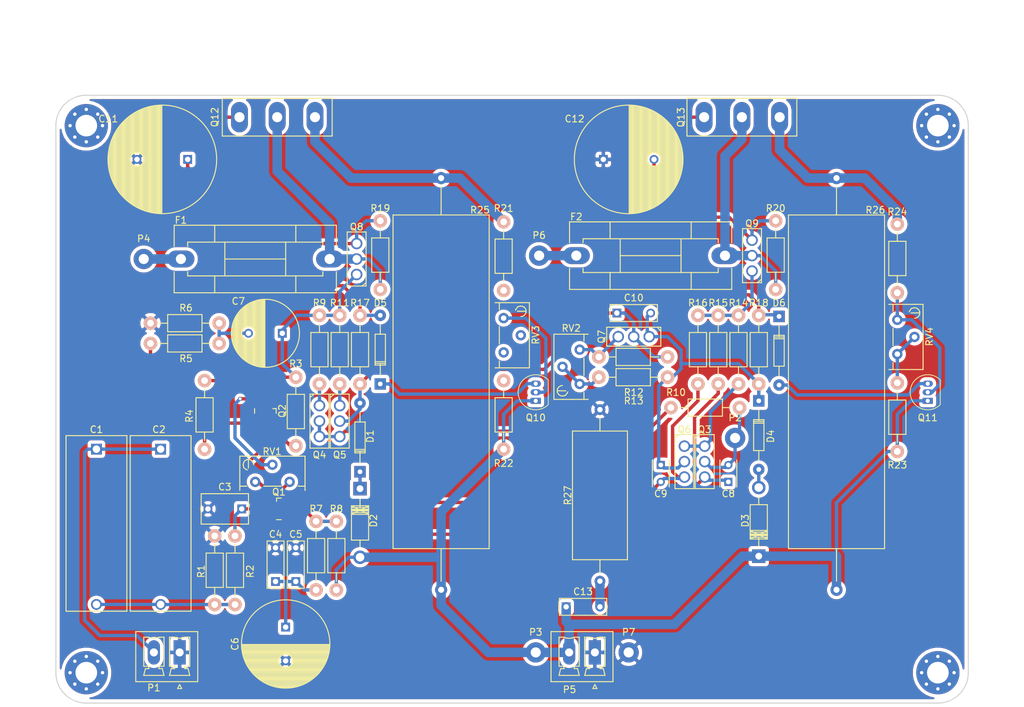
<source format=kicad_pcb>
(kicad_pcb (version 4) (host pcbnew 4.0.5)
  (title_block (title "Audio Power Amp") (date 2017-01-11) (rev 1.0) (company Drekkr))
  (layers (0 F.Cu signal) (31 B.Cu signal) (34 B.Paste user) (35 F.Paste user) (36 B.SilkS user) (37 F.SilkS user) (38 B.Mask user) (39 F.Mask user) (44 Edge.Cuts user))
  (net 0 "")
  (net 1 "Net-(C1-Pad1)")
  (net 2 "Net-(C1-Pad2)")
  (net 3 "Net-(C3-Pad1)")
  (net 4 Earth)
  (net 5 "Net-(C4-Pad1)")
  (net 6 "Net-(C7-Pad1)")
  (net 7 "Net-(C7-Pad2)")
  (net 8 "Net-(C8-Pad1)")
  (net 9 "Net-(C8-Pad2)")
  (net 10 "Net-(C10-Pad2)")
  (net 11 "Net-(C9-Pad2)")
  (net 12 "Net-(C10-Pad1)")
  (net 13 "Net-(C11-Pad1)")
  (net 14 "Net-(C12-Pad2)")
  (net 15 "Net-(C13-Pad1)")
  (net 16 "Net-(C13-Pad2)")
  (net 17 "Net-(D1-Pad1)")
  (net 18 "Net-(D3-Pad2)")
  (net 19 "Net-(D5-Pad2)")
  (net 20 "Net-(D5-Pad1)")
  (net 21 "Net-(D6-Pad2)")
  (net 22 "Net-(D6-Pad1)")
  (net 23 "Net-(F1-Pad2)")
  (net 24 "Net-(F1-Pad1)")
  (net 25 "Net-(F2-Pad2)")
  (net 26 "Net-(F2-Pad1)")
  (net 27 "Net-(Q1-Pad1)")
  (net 28 "Net-(Q1-Pad4)")
  (net 29 "Net-(Q1-Pad5)")
  (net 30 "Net-(Q2-Pad2)")
  (net 31 "Net-(Q2-Pad3)")
  (net 32 "Net-(Q2-Pad4)")
  (net 33 "Net-(Q2-Pad5)")
  (net 34 "Net-(Q3-Pad1)")
  (net 35 "Net-(Q4-Pad2)")
  (net 36 "Net-(Q4-Pad1)")
  (net 37 "Net-(Q5-Pad1)")
  (net 38 "Net-(Q7-Pad3)")
  (net 39 "Net-(Q9-Pad1)")
  (net 40 "Net-(Q10-Pad2)")
  (net 41 "Net-(Q11-Pad2)")
  (net 42 "Net-(Q12-Pad3)")
  (net 43 "Net-(R22-Pad1)")
  (net 44 "Net-(R23-Pad2)")
  (net 45 "Net-(Q13-Pad3)")
  (net 46 "Net-(R13-Pad2)")
  (module Mounting_Holes:MountingHole_3.2mm_M3_Pad_Via (layer F.Cu) (at 204.5 122.5)
    (fp_text reference REF** hide)
    (fp_text value MountingHole_3.2mm_M3_Pad_Via)
    (pad 1 thru_hole circle (at 0 0) (size 6.4 6.4) (drill 3.2) (layers *.Cu *.Mask))
    (pad "" thru_hole circle (at 2.4 0) (size 0.6 0.6) (drill 0.5) (layers *.Cu *.Mask))
    (pad "" thru_hole circle (at 1.697056 1.697056) (size 0.6 0.6) (drill 0.5) (layers *.Cu *.Mask))
    (pad "" thru_hole circle (at 0 2.4) (size 0.6 0.6) (drill 0.5) (layers *.Cu *.Mask))
    (pad "" thru_hole circle (at -1.697056 1.697056) (size 0.6 0.6) (drill 0.5) (layers *.Cu *.Mask))
    (pad "" thru_hole circle (at -2.4 0) (size 0.6 0.6) (drill 0.5) (layers *.Cu *.Mask))
    (pad "" thru_hole circle (at -1.697056 -1.697056) (size 0.6 0.6) (drill 0.5) (layers *.Cu *.Mask))
    (pad "" thru_hole circle (at 0 -2.4) (size 0.6 0.6) (drill 0.5) (layers *.Cu *.Mask))
    (pad "" thru_hole circle (at 1.697056 -1.697056) (size 0.6 0.6) (drill 0.5) (layers *.Cu *.Mask))
  )
  (module Mounting_Holes:MountingHole_3.2mm_M3_Pad_Via (layer F.Cu) (at 78.5 122.5)
    (fp_text reference REF** hide)
    (fp_text value MountingHole_3.2mm_M3_Pad_Via)
    (pad 1 thru_hole circle (at 0 0) (size 6.4 6.4) (drill 3.2) (layers *.Cu *.Mask))
    (pad "" thru_hole circle (at 2.4 0) (size 0.6 0.6) (drill 0.5) (layers *.Cu *.Mask))
    (pad "" thru_hole circle (at 1.697056 1.697056) (size 0.6 0.6) (drill 0.5) (layers *.Cu *.Mask))
    (pad "" thru_hole circle (at 0 2.4) (size 0.6 0.6) (drill 0.5) (layers *.Cu *.Mask))
    (pad "" thru_hole circle (at -1.697056 1.697056) (size 0.6 0.6) (drill 0.5) (layers *.Cu *.Mask))
    (pad "" thru_hole circle (at -2.4 0) (size 0.6 0.6) (drill 0.5) (layers *.Cu *.Mask))
    (pad "" thru_hole circle (at -1.697056 -1.697056) (size 0.6 0.6) (drill 0.5) (layers *.Cu *.Mask))
    (pad "" thru_hole circle (at 0 -2.4) (size 0.6 0.6) (drill 0.5) (layers *.Cu *.Mask))
    (pad "" thru_hole circle (at 1.697056 -1.697056) (size 0.6 0.6) (drill 0.5) (layers *.Cu *.Mask))
  )
  (module Mounting_Holes:MountingHole_3.2mm_M3_Pad_Via (layer F.Cu) (at 78.5 41.5)
    (fp_text reference REF** hide)
    (fp_text value MountingHole_3.2mm_M3_Pad_Via)
    (pad 1 thru_hole circle (at 0 0) (size 6.4 6.4) (drill 3.2) (layers *.Cu *.Mask))
    (pad "" thru_hole circle (at 2.4 0) (size 0.6 0.6) (drill 0.5) (layers *.Cu *.Mask))
    (pad "" thru_hole circle (at 1.697056 1.697056) (size 0.6 0.6) (drill 0.5) (layers *.Cu *.Mask))
    (pad "" thru_hole circle (at 0 2.4) (size 0.6 0.6) (drill 0.5) (layers *.Cu *.Mask))
    (pad "" thru_hole circle (at -1.697056 1.697056) (size 0.6 0.6) (drill 0.5) (layers *.Cu *.Mask))
    (pad "" thru_hole circle (at -2.4 0) (size 0.6 0.6) (drill 0.5) (layers *.Cu *.Mask))
    (pad "" thru_hole circle (at -1.697056 -1.697056) (size 0.6 0.6) (drill 0.5) (layers *.Cu *.Mask))
    (pad "" thru_hole circle (at 0 -2.4) (size 0.6 0.6) (drill 0.5) (layers *.Cu *.Mask))
    (pad "" thru_hole circle (at 1.697056 -1.697056) (size 0.6 0.6) (drill 0.5) (layers *.Cu *.Mask))
  )
  (module Capacitors_THT:C_Rect_L27_W9_H17_P23 (layer F.Cu) (at 80 89.4 270)
    (fp_text reference C1 (at -2.9 0 360) (layer F.SilkS))
    (fp_text value 1uF)
    (pad 1 thru_hole rect (at 0 0 270) (size 1.6 1.6) (drill 1.1) (layers *.Cu *.Mask) (net 1 "Net-(C1-Pad1)"))
    (pad 2 thru_hole circle (at 23 0 270) (size 1.6 1.6) (drill 1.1) (layers *.Cu *.Mask) (net 2 "Net-(C1-Pad2)"))
  )
  (module Capacitors_THT:C_Rect_L27_W9_H17_P23 (layer F.Cu) (at 89.5 89.4 270)
    (fp_text reference C2 (at -2.9 0.25 360) (layer F.SilkS))
    (fp_text value 1uF)
    (pad 1 thru_hole rect (at 0 0 270) (size 1.6 1.6) (drill 1.1) (layers *.Cu *.Mask) (net 1 "Net-(C1-Pad1)"))
    (pad 2 thru_hole circle (at 23 0 270) (size 1.6 1.6) (drill 1.1) (layers *.Cu *.Mask) (net 2 "Net-(C1-Pad2)"))
  )
  (module Capacitors_THT:C_Rect_L7_W4.5_P5 (layer F.Cu) (at 101.5 98.25 180)
    (fp_text reference C3 (at 2.5 3.25 180) (layer F.SilkS))
    (fp_text value 330pF)
    (pad 1 thru_hole rect (at 0 0 180) (size 1.3 1.3) (drill 0.8) (layers *.Cu *.Mask) (net 3 "Net-(C3-Pad1)"))
    (pad 2 thru_hole circle (at 5 0 180) (size 1.3 1.3) (drill 0.8) (layers *.Cu *.Mask) (net 4 Earth))
  )
  (module Capacitors_THT:C_Rect_L7_W2.5_P5 (layer F.Cu) (at 106.5 109 90)
    (fp_text reference C4 (at 7 0 180) (layer F.SilkS))
    (fp_text value 10nF)
    (pad 1 thru_hole rect (at 0 0 90) (size 1.3 1.3) (drill 0.8) (layers *.Cu *.Mask) (net 5 "Net-(C4-Pad1)"))
    (pad 2 thru_hole circle (at 5 0 90) (size 1.3 1.3) (drill 0.8) (layers *.Cu *.Mask) (net 4 Earth))
  )
  (module Capacitors_THT:C_Rect_L7_W2.5_P5 (layer F.Cu) (at 109.5 109 90)
    (fp_text reference C5 (at 7 0 180) (layer F.SilkS))
    (fp_text value 100nF)
    (pad 1 thru_hole rect (at 0 0 90) (size 1.3 1.3) (drill 0.8) (layers *.Cu *.Mask) (net 5 "Net-(C4-Pad1)"))
    (pad 2 thru_hole circle (at 5 0 90) (size 1.3 1.3) (drill 0.8) (layers *.Cu *.Mask) (net 4 Earth))
  )
  (module Capacitors_THT:C_Radial_D13_L21_P5 (layer F.Cu) (at 108 115.75 270)
    (fp_text reference C6 (at 2.5 7.5 270) (layer F.SilkS))
    (fp_text value 100uF)
    (pad 1 thru_hole rect (at 0 0 270) (size 1.3 1.3) (drill 0.8) (layers *.Cu *.Mask) (net 5 "Net-(C4-Pad1)"))
    (pad 2 thru_hole circle (at 5 0 270) (size 1.3 1.3) (drill 0.8) (layers *.Cu *.Mask) (net 4 Earth))
  )
  (module Capacitors_THT:C_Radial_D10_L16_P5 (layer F.Cu) (at 107.5 72.25 180)
    (fp_text reference C7 (at 6.5 4.75 180) (layer F.SilkS))
    (fp_text value 47uF)
    (pad 1 thru_hole rect (at 0 0 180) (size 1.3 1.3) (drill 0.8) (layers *.Cu *.Mask) (net 6 "Net-(C7-Pad1)"))
    (pad 2 thru_hole circle (at 5 0 180) (size 1.3 1.3) (drill 0.8) (layers *.Cu *.Mask) (net 7 "Net-(C7-Pad2)"))
  )
  (module Capacitors_THT:C_Rect_L4_W2.5_P2.5 (layer F.Cu) (at 173.5 94.25 90)
    (fp_text reference C8 (at -1.75 0 180) (layer F.SilkS))
    (fp_text value 18pF)
    (pad 1 thru_hole rect (at 0 0 90) (size 1.2 1.2) (drill 0.7) (layers *.Cu *.Mask) (net 8 "Net-(C8-Pad1)"))
    (pad 2 thru_hole circle (at 2.5 0 90) (size 1.2 1.2) (drill 0.7) (layers *.Cu *.Mask) (net 9 "Net-(C8-Pad2)"))
  )
  (module Capacitors_THT:C_Rect_L4_W2.5_P2.5 (layer F.Cu) (at 163.5 91.75 270)
    (fp_text reference C9 (at 4.25 0 360) (layer F.SilkS))
    (fp_text value 18pF)
    (pad 1 thru_hole rect (at 0 0 270) (size 1.2 1.2) (drill 0.7) (layers *.Cu *.Mask) (net 10 "Net-(C10-Pad2)"))
    (pad 2 thru_hole circle (at 2.5 0 270) (size 1.2 1.2) (drill 0.7) (layers *.Cu *.Mask) (net 11 "Net-(C9-Pad2)"))
  )
  (module Capacitors_THT:C_Rect_L7_W2.5_P5 (layer F.Cu) (at 157 69.25)
    (fp_text reference C10 (at 2.5 -2.25) (layer F.SilkS))
    (fp_text value 100nF)
    (pad 1 thru_hole rect (at 0 0) (size 1.3 1.3) (drill 0.8) (layers *.Cu *.Mask) (net 12 "Net-(C10-Pad1)"))
    (pad 2 thru_hole circle (at 5 0) (size 1.3 1.3) (drill 0.8) (layers *.Cu *.Mask) (net 10 "Net-(C10-Pad2)"))
  )
  (module Capacitors_THT:C_Radial_D16_L31.5_P7.5 (layer F.Cu) (at 93.5 46.5 180)
    (fp_text reference C11 (at 11.75 6 180) (layer F.SilkS))
    (fp_text value 1000uF)
    (pad 1 thru_hole rect (at 0 0 180) (size 1.3 1.3) (drill 0.8) (layers *.Cu *.Mask) (net 13 "Net-(C11-Pad1)"))
    (pad 2 thru_hole circle (at 7.5 0 180) (size 1.3 1.3) (drill 0.8) (layers *.Cu *.Mask) (net 4 Earth))
  )
  (module Capacitors_THT:C_Radial_D16_L31.5_P7.5 (layer F.Cu) (at 155 46.5)
    (fp_text reference C12 (at -4.25 -6) (layer F.SilkS))
    (fp_text value 1000uF)
    (pad 1 thru_hole rect (at 0 0) (size 1.3 1.3) (drill 0.8) (layers *.Cu *.Mask) (net 4 Earth))
    (pad 2 thru_hole circle (at 7.5 0) (size 1.3 1.3) (drill 0.8) (layers *.Cu *.Mask) (net 14 "Net-(C12-Pad2)"))
  )
  (module Capacitors_THT:C_Rect_L7_W2.5_P5 (layer F.Cu) (at 149.5 112.75)
    (fp_text reference C13 (at 2.5 -2.25) (layer F.SilkS))
    (fp_text value 100nF)
    (pad 1 thru_hole rect (at 0 0) (size 1.3 1.3) (drill 0.8) (layers *.Cu *.Mask) (net 15 "Net-(C13-Pad1)"))
    (pad 2 thru_hole circle (at 5 0) (size 1.3 1.3) (drill 0.8) (layers *.Cu *.Mask) (net 16 "Net-(C13-Pad2)"))
  )
  (module Diodes_THT:Diode_DO-35_SOD27_Horizontal_RM10 (layer F.Cu) (at 119 92.75 90)
    (fp_text reference D1 (at 5.25 1.5 90) (layer F.SilkS))
    (fp_text value 1N4148)
    (pad 2 thru_hole circle (at 10.16052 -0.00254 270) (size 1.69926 1.69926) (drill 0.70104) (layers *.Cu *.Mask) (net 12 "Net-(C10-Pad1)"))
    (pad 1 thru_hole rect (at 0.00052 -0.00254 270) (size 1.69926 1.69926) (drill 0.70104) (layers *.Cu *.Mask) (net 17 "Net-(D1-Pad1)"))
  )
  (module Diodes_THT:Diode_DO-41_SOD81_Horizontal_RM10 (layer F.Cu) (at 119 95.25 270)
    (fp_text reference D2 (at 4.75 -2 270) (layer F.SilkS))
    (fp_text value 15V)
    (pad 2 thru_hole circle (at 10.16 -0.00254 90) (size 1.99898 1.99898) (drill 1.27) (layers *.Cu *.Mask) (net 15 "Net-(C13-Pad1)"))
    (pad 1 thru_hole rect (at 0 -0.00254 90) (size 1.99898 1.99898) (drill 1.00076) (layers *.Cu *.Mask) (net 17 "Net-(D1-Pad1)"))
  )
  (module Diodes_THT:Diode_DO-41_SOD81_Horizontal_RM10 (layer F.Cu) (at 178 105.25 90)
    (fp_text reference D3 (at 5.25 -2 90) (layer F.SilkS))
    (fp_text value 15V)
    (pad 2 thru_hole circle (at 10.16 -0.00254 270) (size 1.99898 1.99898) (drill 1.27) (layers *.Cu *.Mask) (net 18 "Net-(D3-Pad2)"))
    (pad 1 thru_hole rect (at 0 -0.00254 270) (size 1.99898 1.99898) (drill 1.00076) (layers *.Cu *.Mask) (net 15 "Net-(C13-Pad1)"))
  )
  (module Diodes_THT:Diode_DO-35_SOD27_Horizontal_RM10 (layer F.Cu) (at 178 82.25 270)
    (fp_text reference D4 (at 5.25 -1.75 270) (layer F.SilkS))
    (fp_text value 1N4148)
    (pad 2 thru_hole circle (at 10.16052 -0.00254 90) (size 1.69926 1.69926) (drill 0.70104) (layers *.Cu *.Mask) (net 18 "Net-(D3-Pad2)"))
    (pad 1 thru_hole rect (at 0.00052 -0.00254 90) (size 1.69926 1.69926) (drill 0.70104) (layers *.Cu *.Mask) (net 10 "Net-(C10-Pad2)"))
  )
  (module Diodes_THT:Diode_DO-35_SOD27_Horizontal_RM10 (layer F.Cu) (at 122 79.75 90)
    (fp_text reference D5 (at 12 0 180) (layer F.SilkS))
    (fp_text value 1N4148)
    (pad 2 thru_hole circle (at 10.16052 -0.00254 270) (size 1.69926 1.69926) (drill 0.70104) (layers *.Cu *.Mask) (net 19 "Net-(D5-Pad2)"))
    (pad 1 thru_hole rect (at 0.00052 -0.00254 270) (size 1.69926 1.69926) (drill 0.70104) (layers *.Cu *.Mask) (net 20 "Net-(D5-Pad1)"))
  )
  (module Diodes_THT:Diode_DO-35_SOD27_Horizontal_RM10 (layer F.Cu) (at 181 69.75 270)
    (fp_text reference D6 (at -2 0 360) (layer F.SilkS))
    (fp_text value 1N4148)
    (pad 2 thru_hole circle (at 10.16052 -0.00254 90) (size 1.69926 1.69926) (drill 0.70104) (layers *.Cu *.Mask) (net 21 "Net-(D6-Pad2)"))
    (pad 1 thru_hole rect (at 0.00052 -0.00254 90) (size 1.69926 1.69926) (drill 0.70104) (layers *.Cu *.Mask) (net 22 "Net-(D6-Pad1)"))
  )
  (module Fuse_Holders_and_Fuses:Fuseholder5x20_horiz_SemiClosed_Casing10x25mm (layer F.Cu) (at 103.5 61.25)
    (fp_text reference F1 (at -11 -5.75) (layer F.SilkS))
    (fp_text value 3A)
    (pad 2 thru_hole oval (at 11.00074 0 270) (size 2.49936 4.0005) (drill 1.50114) (layers *.Cu *.Mask) (net 23 "Net-(F1-Pad2)"))
    (pad 1 thru_hole oval (at -11.00074 0 270) (size 2.49936 4.0005) (drill 1.50114) (layers *.Cu *.Mask) (net 24 "Net-(F1-Pad1)"))
  )
  (module Fuse_Holders_and_Fuses:Fuseholder5x20_horiz_SemiClosed_Casing10x25mm (layer F.Cu) (at 162 60.75)
    (fp_text reference F2 (at -11 -5.75) (layer F.SilkS))
    (fp_text value 3A)
    (pad 2 thru_hole oval (at 11.00074 0 270) (size 2.49936 4.0005) (drill 1.50114) (layers *.Cu *.Mask) (net 25 "Net-(F2-Pad2)"))
    (pad 1 thru_hole oval (at -11.00074 0 270) (size 2.49936 4.0005) (drill 1.50114) (layers *.Cu *.Mask) (net 26 "Net-(F2-Pad1)"))
  )
  (module Connectors_Phoenix:PhoenixContact_MCV-G_02x3.81mm_Vertical (layer F.Cu) (at 92.31 119.5 180)
    (fp_text reference P1 (at 3.81 -5.25 180) (layer F.SilkS))
    (fp_text value Audio_In)
    (pad 1 thru_hole rect (at 0 0 180) (size 1.8 3.6) (drill 1.2) (layers *.Cu *.Mask) (net 4 Earth))
    (pad 2 thru_hole oval (at 3.81 0 180) (size 1.8 3.6) (drill 1.2) (layers *.Cu *.Mask) (net 1 "Net-(C1-Pad1)"))
  )
  (module Connectors_Phoenix:PhoenixContact_MCV-G_02x3.81mm_Vertical (layer F.Cu) (at 153.75 119.5 180)
    (fp_text reference P5 (at 3.75 -5.5 180) (layer F.SilkS))
    (fp_text value Audio_Out)
    (pad 1 thru_hole rect (at 0 0 180) (size 1.8 3.6) (drill 1.2) (layers *.Cu *.Mask) (net 4 Earth))
    (pad 2 thru_hole oval (at 3.81 0 180) (size 1.8 3.6) (drill 1.2) (layers *.Cu *.Mask) (net 15 "Net-(C13-Pad1)"))
  )
  (module TO_SOT_Packages_SMD:TSOT-6-MK06A_Handsoldering (layer F.Cu) (at 107 98.25 270)
    (fp_text reference Q1 (at -2.5 0 360) (layer F.SilkS))
    (fp_text value BCM856DS)
    (pad 1 smd rect (at -0.94996 1.80086 270) (size 0.69088 1.99898) (layers F.Cu F.Paste F.Mask) (net 27 "Net-(Q1-Pad1)"))
    (pad 2 smd rect (at 0 1.80086 270) (size 0.69088 1.99898) (layers F.Cu F.Paste F.Mask) (net 3 "Net-(C3-Pad1)"))
    (pad 3 smd rect (at 0.94996 1.80086 270) (size 0.69088 1.99898) (layers F.Cu F.Paste F.Mask) (net 8 "Net-(C8-Pad1)"))
    (pad 4 smd rect (at 0.94996 -1.80086 270) (size 0.69088 1.99898) (layers F.Cu F.Paste F.Mask) (net 28 "Net-(Q1-Pad4)"))
    (pad 5 smd rect (at 0 -1.80086 270) (size 0.69088 1.99898) (layers F.Cu F.Paste F.Mask) (net 29 "Net-(Q1-Pad5)"))
    (pad 6 smd rect (at -0.94996 -1.80086 270) (size 0.69088 1.99898) (layers F.Cu F.Paste F.Mask) (net 11 "Net-(C9-Pad2)"))
  )
  (module TO_SOT_Packages_SMD:TSOT-6-MK06A_Handsoldering (layer F.Cu) (at 105 83.75 180)
    (fp_text reference Q2 (at -2.5 0 270) (layer F.SilkS))
    (fp_text value BCM856DS)
    (pad 1 smd rect (at -0.94996 1.80086 180) (size 0.69088 1.99898) (layers F.Cu F.Paste F.Mask) (net 6 "Net-(C7-Pad1)"))
    (pad 2 smd rect (at 0 1.80086 180) (size 0.69088 1.99898) (layers F.Cu F.Paste F.Mask) (net 30 "Net-(Q2-Pad2)"))
    (pad 3 smd rect (at 0.94996 1.80086 180) (size 0.69088 1.99898) (layers F.Cu F.Paste F.Mask) (net 31 "Net-(Q2-Pad3)"))
    (pad 4 smd rect (at 0.94996 -1.80086 180) (size 0.69088 1.99898) (layers F.Cu F.Paste F.Mask) (net 32 "Net-(Q2-Pad4)"))
    (pad 5 smd rect (at 0 -1.80086 180) (size 0.69088 1.99898) (layers F.Cu F.Paste F.Mask) (net 33 "Net-(Q2-Pad5)"))
    (pad 6 smd rect (at -0.94996 -1.80086 180) (size 0.69088 1.99898) (layers F.Cu F.Paste F.Mask) (net 33 "Net-(Q2-Pad5)"))
  )
  (module TO_SOT_Packages_THT:SOT126_SOT32_Housing_Vertical (layer F.Cu) (at 170 91.25 270)
    (fp_text reference Q3 (at -4.75 0 360) (layer F.SilkS))
    (fp_text value MJE340)
    (pad 2 thru_hole circle (at 0 0 270) (size 1.69926 1.69926) (drill 1.19888) (layers *.Cu *.Mask) (net 9 "Net-(C8-Pad2)"))
    (pad 1 thru_hole circle (at -2.29108 0 270) (size 1.69926 1.69926) (drill 1.19888) (layers *.Cu *.Mask) (net 34 "Net-(Q3-Pad1)"))
    (pad 3 thru_hole circle (at 2.29108 0 270) (size 1.69926 1.69926) (drill 1.19888) (layers *.Cu *.Mask) (net 8 "Net-(C8-Pad1)"))
  )
  (module TO_SOT_Packages_THT:SOT126_SOT32_Housing_Vertical (layer F.Cu) (at 113 85.25 270)
    (fp_text reference Q4 (at 5 0 360) (layer F.SilkS))
    (fp_text value MJE350)
    (pad 2 thru_hole circle (at 0 0 270) (size 1.69926 1.69926) (drill 1.19888) (layers *.Cu *.Mask) (net 35 "Net-(Q4-Pad2)"))
    (pad 1 thru_hole circle (at -2.29108 0 270) (size 1.69926 1.69926) (drill 1.19888) (layers *.Cu *.Mask) (net 36 "Net-(Q4-Pad1)"))
    (pad 3 thru_hole circle (at 2.29108 0 270) (size 1.69926 1.69926) (drill 1.19888) (layers *.Cu *.Mask) (net 35 "Net-(Q4-Pad2)"))
  )
  (module TO_SOT_Packages_THT:SOT126_SOT32_Housing_Vertical (layer F.Cu) (at 116 85.25 270)
    (fp_text reference Q5 (at 5 0 360) (layer F.SilkS))
    (fp_text value MJE350)
    (pad 2 thru_hole circle (at 0 0 270) (size 1.69926 1.69926) (drill 1.19888) (layers *.Cu *.Mask) (net 12 "Net-(C10-Pad1)"))
    (pad 1 thru_hole circle (at -2.29108 0 270) (size 1.69926 1.69926) (drill 1.19888) (layers *.Cu *.Mask) (net 37 "Net-(Q5-Pad1)"))
    (pad 3 thru_hole circle (at 2.29108 0 270) (size 1.69926 1.69926) (drill 1.19888) (layers *.Cu *.Mask) (net 35 "Net-(Q4-Pad2)"))
  )
  (module TO_SOT_Packages_THT:SOT126_SOT32_Housing_Vertical (layer F.Cu) (at 167 91.25 270)
    (fp_text reference Q6 (at -4.75 0 360) (layer F.SilkS))
    (fp_text value MJE340)
    (pad 2 thru_hole circle (at 0 0 270) (size 1.69926 1.69926) (drill 1.19888) (layers *.Cu *.Mask) (net 10 "Net-(C10-Pad2)"))
    (pad 1 thru_hole circle (at -2.29108 0 270) (size 1.69926 1.69926) (drill 1.19888) (layers *.Cu *.Mask) (net 34 "Net-(Q3-Pad1)"))
    (pad 3 thru_hole circle (at 2.29108 0 270) (size 1.69926 1.69926) (drill 1.19888) (layers *.Cu *.Mask) (net 11 "Net-(C9-Pad2)"))
  )
  (module TO_SOT_Packages_THT:SOT126_SOT32_Housing_Vertical (layer F.Cu) (at 159.5 72.75 180)
    (fp_text reference Q7 (at 4.75 0 270) (layer F.SilkS))
    (fp_text value BD139)
    (pad 2 thru_hole circle (at 0 0 180) (size 1.69926 1.69926) (drill 1.19888) (layers *.Cu *.Mask) (net 12 "Net-(C10-Pad1)"))
    (pad 1 thru_hole circle (at -2.29108 0 180) (size 1.69926 1.69926) (drill 1.19888) (layers *.Cu *.Mask) (net 10 "Net-(C10-Pad2)"))
    (pad 3 thru_hole circle (at 2.29108 0 180) (size 1.69926 1.69926) (drill 1.19888) (layers *.Cu *.Mask) (net 38 "Net-(Q7-Pad3)"))
  )
  (module TO_SOT_Packages_THT:SOT126_SOT32_Housing_Vertical (layer F.Cu) (at 118.5 61.25 90)
    (fp_text reference Q8 (at 4.75 0 180) (layer F.SilkS))
    (fp_text value MJE340)
    (pad 2 thru_hole circle (at 0 0 90) (size 1.69926 1.69926) (drill 1.19888) (layers *.Cu *.Mask) (net 23 "Net-(F1-Pad2)"))
    (pad 1 thru_hole circle (at -2.29108 0 90) (size 1.69926 1.69926) (drill 1.19888) (layers *.Cu *.Mask) (net 6 "Net-(C7-Pad1)"))
    (pad 3 thru_hole circle (at 2.29108 0 90) (size 1.69926 1.69926) (drill 1.19888) (layers *.Cu *.Mask) (net 13 "Net-(C11-Pad1)"))
  )
  (module TO_SOT_Packages_THT:SOT126_SOT32_Housing_Vertical (layer F.Cu) (at 177 60.75 90)
    (fp_text reference Q9 (at 4.75 0 180) (layer F.SilkS))
    (fp_text value MJE350)
    (pad 2 thru_hole circle (at 0 0 90) (size 1.69926 1.69926) (drill 1.19888) (layers *.Cu *.Mask) (net 25 "Net-(F2-Pad2)"))
    (pad 1 thru_hole circle (at -2.29108 0 90) (size 1.69926 1.69926) (drill 1.19888) (layers *.Cu *.Mask) (net 39 "Net-(Q9-Pad1)"))
    (pad 3 thru_hole circle (at 2.29108 0 90) (size 1.69926 1.69926) (drill 1.19888) (layers *.Cu *.Mask) (net 14 "Net-(C12-Pad2)"))
  )
  (module TO_SOT_Packages_THT:TO-92_Inline_Narrow_Oval (layer F.Cu) (at 145 82.25 90)
    (fp_text reference Q10 (at -2.5 0 180) (layer F.SilkS))
    (fp_text value 2N3904)
    (pad 2 thru_hole oval (at 1.27 0 270) (size 0.89916 1.50114) (drill 0.6) (layers *.Cu *.Mask) (net 40 "Net-(Q10-Pad2)"))
    (pad 3 thru_hole oval (at 2.54 0 270) (size 0.89916 1.50114) (drill 0.6) (layers *.Cu *.Mask) (net 20 "Net-(D5-Pad1)"))
    (pad 1 thru_hole rect (at 0 0 270) (size 0.89916 1.50114) (drill 0.6) (layers *.Cu *.Mask) (net 15 "Net-(C13-Pad1)"))
  )
  (module TO_SOT_Packages_THT:TO-92_Inline_Narrow_Oval (layer F.Cu) (at 203 82.25 90)
    (fp_text reference Q11 (at -2.5 0 180) (layer F.SilkS))
    (fp_text value 2N3906)
    (pad 2 thru_hole oval (at 1.27 0 270) (size 0.89916 1.50114) (drill 0.6) (layers *.Cu *.Mask) (net 41 "Net-(Q11-Pad2)"))
    (pad 3 thru_hole oval (at 2.54 0 270) (size 0.89916 1.50114) (drill 0.6) (layers *.Cu *.Mask) (net 21 "Net-(D6-Pad2)"))
    (pad 1 thru_hole rect (at 0 0 270) (size 0.89916 1.50114) (drill 0.6) (layers *.Cu *.Mask) (net 15 "Net-(C13-Pad1)"))
  )
  (module TO_SOT_Packages_THT:TO-247_Vertical_Neutral123 (layer F.Cu) (at 106.75 40.25)
    (fp_text reference Q12 (at -9.225 0 270) (layer F.SilkS))
    (fp_text value IRFP240)
    (pad 2 thru_hole oval (at 0 0 90) (size 4.50088 2.49936) (drill 1.50114) (layers *.Cu *.Mask) (net 23 "Net-(F1-Pad2)"))
    (pad 1 thru_hole oval (at -5.588 0 90) (size 4.50088 2.49936) (drill 1.50114) (layers *.Cu *.Mask) (net 19 "Net-(D5-Pad2)"))
    (pad 3 thru_hole oval (at 5.588 0 90) (size 4.50088 2.49936) (drill 1.50114) (layers *.Cu *.Mask) (net 42 "Net-(Q12-Pad3)"))
  )
  (module TO_SOT_Packages_THT:TO-247_Vertical_Neutral123 (layer F.Cu) (at 175.5 40.25)
    (fp_text reference Q13 (at -9 0.025 90) (layer F.SilkS))
    (fp_text value IRFP9240)
    (pad 2 thru_hole oval (at 0 0 90) (size 4.50088 2.49936) (drill 1.50114) (layers *.Cu *.Mask) (net 25 "Net-(F2-Pad2)"))
    (pad 1 thru_hole oval (at -5.588 0 90) (size 4.50088 2.49936) (drill 1.50114) (layers *.Cu *.Mask) (net 22 "Net-(D6-Pad1)"))
    (pad 3 thru_hole oval (at 5.588 0 90) (size 4.50088 2.49936) (drill 1.50114) (layers *.Cu *.Mask) (net 45 "Net-(Q13-Pad3)"))
  )
  (module Resistors_THT:Resistor_Horizontal_RM10mm (layer F.Cu) (at 97.5 102.25 270)
    (fp_text reference R1 (at 5.25 2 270) (layer F.SilkS))
    (fp_text value 47K)
    (pad 1 thru_hole circle (at 0 0 270) (size 1.99898 1.99898) (drill 1.00076) (layers *.Cu *.SilkS *.Mask) (net 4 Earth))
    (pad 2 thru_hole circle (at 10.16 0 270) (size 1.99898 1.99898) (drill 1.00076) (layers *.Cu *.SilkS *.Mask) (net 2 "Net-(C1-Pad2)"))
  )
  (module Resistors_THT:Resistor_Horizontal_RM10mm (layer F.Cu) (at 100.5 102.25 270)
    (fp_text reference R2 (at 5.25 -2.25 270) (layer F.SilkS))
    (fp_text value 2K2)
    (pad 1 thru_hole circle (at 0 0 270) (size 1.99898 1.99898) (drill 1.00076) (layers *.Cu *.SilkS *.Mask) (net 3 "Net-(C3-Pad1)"))
    (pad 2 thru_hole circle (at 10.16 0 270) (size 1.99898 1.99898) (drill 1.00076) (layers *.Cu *.SilkS *.Mask) (net 2 "Net-(C1-Pad2)"))
  )
  (module Resistors_THT:Resistor_Horizontal_RM10mm (layer F.Cu) (at 109.5 78.75 270)
    (fp_text reference R3 (at -2 0 360) (layer F.SilkS))
    (fp_text value 470R)
    (pad 1 thru_hole circle (at 0 0 270) (size 1.99898 1.99898) (drill 1.00076) (layers *.Cu *.SilkS *.Mask) (net 6 "Net-(C7-Pad1)"))
    (pad 2 thru_hole circle (at 10.16 0 270) (size 1.99898 1.99898) (drill 1.00076) (layers *.Cu *.SilkS *.Mask) (net 32 "Net-(Q2-Pad4)"))
  )
  (module Resistors_THT:Resistor_Horizontal_RM10mm (layer F.Cu) (at 96 79.25 270)
    (fp_text reference R4 (at 5.25 2.25 270) (layer F.SilkS))
    (fp_text value 1K)
    (pad 1 thru_hole circle (at 0 0 270) (size 1.99898 1.99898) (drill 1.00076) (layers *.Cu *.SilkS *.Mask) (net 30 "Net-(Q2-Pad2)"))
    (pad 2 thru_hole circle (at 10.16 0 270) (size 1.99898 1.99898) (drill 1.00076) (layers *.Cu *.SilkS *.Mask) (net 32 "Net-(Q2-Pad4)"))
  )
  (module Resistors_THT:Resistor_Horizontal_RM10mm (layer F.Cu) (at 88 73.75)
    (fp_text reference R5 (at 5.25 2.25) (layer F.SilkS))
    (fp_text value 10K)
    (pad 1 thru_hole circle (at 0 0) (size 1.99898 1.99898) (drill 1.00076) (layers *.Cu *.SilkS *.Mask) (net 33 "Net-(Q2-Pad5)"))
    (pad 2 thru_hole circle (at 10.16 0) (size 1.99898 1.99898) (drill 1.00076) (layers *.Cu *.SilkS *.Mask) (net 7 "Net-(C7-Pad2)"))
  )
  (module Resistors_THT:Resistor_Horizontal_RM10mm (layer F.Cu) (at 88 70.75)
    (fp_text reference R6 (at 5.25 -2.25) (layer F.SilkS))
    (fp_text value 10K)
    (pad 1 thru_hole circle (at 0 0) (size 1.99898 1.99898) (drill 1.00076) (layers *.Cu *.SilkS *.Mask) (net 4 Earth))
    (pad 2 thru_hole circle (at 10.16 0) (size 1.99898 1.99898) (drill 1.00076) (layers *.Cu *.SilkS *.Mask) (net 7 "Net-(C7-Pad2)"))
  )
  (module Resistors_THT:Resistor_Horizontal_RM10mm (layer F.Cu) (at 112.5 110.25 90)
    (fp_text reference R7 (at 12 0 180) (layer F.SilkS))
    (fp_text value 1K)
    (pad 1 thru_hole circle (at 0 0 90) (size 1.99898 1.99898) (drill 1.00076) (layers *.Cu *.SilkS *.Mask) (net 5 "Net-(C4-Pad1)"))
    (pad 2 thru_hole circle (at 10.16 0 90) (size 1.99898 1.99898) (drill 1.00076) (layers *.Cu *.SilkS *.Mask) (net 29 "Net-(Q1-Pad5)"))
  )
  (module Resistors_THT:Resistor_Horizontal_RM10mm (layer F.Cu) (at 115.5 110.25 90)
    (fp_text reference R8 (at 12 0 180) (layer F.SilkS))
    (fp_text value 27K)
    (pad 1 thru_hole circle (at 0 0 90) (size 1.99898 1.99898) (drill 1.00076) (layers *.Cu *.SilkS *.Mask) (net 15 "Net-(C13-Pad1)"))
    (pad 2 thru_hole circle (at 10.16 0 90) (size 1.99898 1.99898) (drill 1.00076) (layers *.Cu *.SilkS *.Mask) (net 29 "Net-(Q1-Pad5)"))
  )
  (module Resistors_THT:Resistor_Horizontal_RM10mm (layer F.Cu) (at 113 79.75 90)
    (fp_text reference R9 (at 12 0 180) (layer F.SilkS))
    (fp_text value 100R)
    (pad 1 thru_hole circle (at 0 0 90) (size 1.99898 1.99898) (drill 1.00076) (layers *.Cu *.SilkS *.Mask) (net 36 "Net-(Q4-Pad1)"))
    (pad 2 thru_hole circle (at 10.16 0 90) (size 1.99898 1.99898) (drill 1.00076) (layers *.Cu *.SilkS *.Mask) (net 6 "Net-(C7-Pad1)"))
  )
  (module Resistors_THT:Resistor_Horizontal_RM10mm (layer F.Cu) (at 165 83.25)
    (fp_text reference R10 (at 0.75 -2.25) (layer F.SilkS))
    (fp_text value 10K)
    (pad 1 thru_hole circle (at 0 0) (size 1.99898 1.99898) (drill 1.00076) (layers *.Cu *.SilkS *.Mask) (net 35 "Net-(Q4-Pad2)"))
    (pad 2 thru_hole circle (at 10.16 0) (size 1.99898 1.99898) (drill 1.00076) (layers *.Cu *.SilkS *.Mask) (net 9 "Net-(C8-Pad2)"))
  )
  (module Resistors_THT:Resistor_Horizontal_RM10mm (layer F.Cu) (at 116 79.75 90)
    (fp_text reference R11 (at 12 0 180) (layer F.SilkS))
    (fp_text value 100R)
    (pad 1 thru_hole circle (at 0 0 90) (size 1.99898 1.99898) (drill 1.00076) (layers *.Cu *.SilkS *.Mask) (net 37 "Net-(Q5-Pad1)"))
    (pad 2 thru_hole circle (at 10.16 0 90) (size 1.99898 1.99898) (drill 1.00076) (layers *.Cu *.SilkS *.Mask) (net 6 "Net-(C7-Pad1)"))
  )
  (module Resistors_THT:Resistor_Horizontal_RM10mm (layer F.Cu) (at 164.5 75.75 180)
    (fp_text reference R12 (at 5 -5.25 180) (layer F.SilkS))
    (fp_text value 10K)
    (pad 1 thru_hole circle (at 0 0 180) (size 1.99898 1.99898) (drill 1.00076) (layers *.Cu *.SilkS *.Mask) (net 12 "Net-(C10-Pad1)"))
    (pad 2 thru_hole circle (at 10.16 0 180) (size 1.99898 1.99898) (drill 1.00076) (layers *.Cu *.SilkS *.Mask) (net 38 "Net-(Q7-Pad3)"))
  )
  (module Resistors_THT:Resistor_Horizontal_RM10mm (layer F.Cu) (at 164.5 78.75 180)
    (fp_text reference R13 (at 5 -3.50012 180) (layer F.SilkS))
    (fp_text value 470R)
    (pad 1 thru_hole circle (at 0 0 180) (size 1.99898 1.99898) (drill 1.00076) (layers *.Cu *.SilkS *.Mask) (net 10 "Net-(C10-Pad2)"))
    (pad 2 thru_hole circle (at 10.16 0 180) (size 1.99898 1.99898) (drill 1.00076) (layers *.Cu *.SilkS *.Mask) (net 46 "Net-(R13-Pad2)"))
  )
  (module Resistors_THT:Resistor_Horizontal_RM10mm (layer F.Cu) (at 175 79.75 90)
    (fp_text reference R14 (at 12 0 180) (layer F.SilkS))
    (fp_text value 100R)
    (pad 1 thru_hole circle (at 0 0 90) (size 1.99898 1.99898) (drill 1.00076) (layers *.Cu *.SilkS *.Mask) (net 34 "Net-(Q3-Pad1)"))
    (pad 2 thru_hole circle (at 10.16 0 90) (size 1.99898 1.99898) (drill 1.00076) (layers *.Cu *.SilkS *.Mask) (net 39 "Net-(Q9-Pad1)"))
  )
  (module Resistors_THT:Resistor_Horizontal_RM10mm (layer F.Cu) (at 172 79.75 90)
    (fp_text reference R15 (at 12 0 180) (layer F.SilkS))
    (fp_text value 3K9)
    (pad 1 thru_hole circle (at 0 0 90) (size 1.99898 1.99898) (drill 1.00076) (layers *.Cu *.SilkS *.Mask) (net 8 "Net-(C8-Pad1)"))
    (pad 2 thru_hole circle (at 10.16 0 90) (size 1.99898 1.99898) (drill 1.00076) (layers *.Cu *.SilkS *.Mask) (net 39 "Net-(Q9-Pad1)"))
  )
  (module Resistors_THT:Resistor_Horizontal_RM10mm (layer F.Cu) (at 169 79.75 90)
    (fp_text reference R16 (at 12 0 180) (layer F.SilkS))
    (fp_text value 3K9)
    (pad 1 thru_hole circle (at 0 0 90) (size 1.99898 1.99898) (drill 1.00076) (layers *.Cu *.SilkS *.Mask) (net 11 "Net-(C9-Pad2)"))
    (pad 2 thru_hole circle (at 10.16 0 90) (size 1.99898 1.99898) (drill 1.00076) (layers *.Cu *.SilkS *.Mask) (net 39 "Net-(Q9-Pad1)"))
  )
  (module Resistors_THT:Resistor_Horizontal_RM10mm (layer F.Cu) (at 119 79.75 90)
    (fp_text reference R17 (at 12 0 180) (layer F.SilkS))
    (fp_text value 470R)
    (pad 1 thru_hole circle (at 0 0 90) (size 1.99898 1.99898) (drill 1.00076) (layers *.Cu *.SilkS *.Mask) (net 12 "Net-(C10-Pad1)"))
    (pad 2 thru_hole circle (at 10.16 0 90) (size 1.99898 1.99898) (drill 1.00076) (layers *.Cu *.SilkS *.Mask) (net 19 "Net-(D5-Pad2)"))
  )
  (module Resistors_THT:Resistor_Horizontal_RM10mm (layer F.Cu) (at 178 79.75 90)
    (fp_text reference R18 (at 12 0 180) (layer F.SilkS))
    (fp_text value 470R)
    (pad 1 thru_hole circle (at 0 0 90) (size 1.99898 1.99898) (drill 1.00076) (layers *.Cu *.SilkS *.Mask) (net 10 "Net-(C10-Pad2)"))
    (pad 2 thru_hole circle (at 10.16 0 90) (size 1.99898 1.99898) (drill 1.00076) (layers *.Cu *.SilkS *.Mask) (net 22 "Net-(D6-Pad1)"))
  )
  (module Resistors_THT:Resistor_Horizontal_RM10mm (layer F.Cu) (at 122 65.75 90)
    (fp_text reference R19 (at 12 0 180) (layer F.SilkS))
    (fp_text value 330R)
    (pad 1 thru_hole circle (at 0 0 90) (size 1.99898 1.99898) (drill 1.00076) (layers *.Cu *.SilkS *.Mask) (net 23 "Net-(F1-Pad2)"))
    (pad 2 thru_hole circle (at 10.16 0 90) (size 1.99898 1.99898) (drill 1.00076) (layers *.Cu *.SilkS *.Mask) (net 13 "Net-(C11-Pad1)"))
  )
  (module Resistors_THT:Resistor_Horizontal_RM10mm (layer F.Cu) (at 180.5 65.75 90)
    (fp_text reference R20 (at 12 0 180) (layer F.SilkS))
    (fp_text value 330R)
    (pad 1 thru_hole circle (at 0 0 90) (size 1.99898 1.99898) (drill 1.00076) (layers *.Cu *.SilkS *.Mask) (net 25 "Net-(F2-Pad2)"))
    (pad 2 thru_hole circle (at 10.16 0 90) (size 1.99898 1.99898) (drill 1.00076) (layers *.Cu *.SilkS *.Mask) (net 14 "Net-(C12-Pad2)"))
  )
  (module Resistors_THT:Resistor_Horizontal_RM10mm (layer F.Cu) (at 140.25 55.75 270)
    (fp_text reference R21 (at -2 0 360) (layer F.SilkS))
    (fp_text value 33R)
    (pad 1 thru_hole circle (at 0 0 270) (size 1.99898 1.99898) (drill 1.00076) (layers *.Cu *.SilkS *.Mask) (net 42 "Net-(Q12-Pad3)"))
    (pad 2 thru_hole circle (at 10.16 0 270) (size 1.99898 1.99898) (drill 1.00076) (layers *.Cu *.SilkS *.Mask) (net 40 "Net-(Q10-Pad2)"))
  )
  (module Resistors_THT:Resistor_Horizontal_RM10mm (layer F.Cu) (at 140.25 79.25 270)
    (fp_text reference R22 (at 12.25 0 540) (layer F.SilkS))
    (fp_text value 82R)
    (pad 1 thru_hole circle (at 0 0 270) (size 1.99898 1.99898) (drill 1.00076) (layers *.Cu *.SilkS *.Mask) (net 43 "Net-(R22-Pad1)"))
    (pad 2 thru_hole circle (at 10.16 0 270) (size 1.99898 1.99898) (drill 1.00076) (layers *.Cu *.SilkS *.Mask) (net 15 "Net-(C13-Pad1)"))
  )
  (module Resistors_THT:Resistor_Horizontal_RM10mm (layer F.Cu) (at 198.5 89.75 90)
    (fp_text reference R23 (at -2 0 180) (layer F.SilkS))
    (fp_text value 82R)
    (pad 1 thru_hole circle (at 0 0 90) (size 1.99898 1.99898) (drill 1.00076) (layers *.Cu *.SilkS *.Mask) (net 15 "Net-(C13-Pad1)"))
    (pad 2 thru_hole circle (at 10.16 0 90) (size 1.99898 1.99898) (drill 1.00076) (layers *.Cu *.SilkS *.Mask) (net 44 "Net-(R23-Pad2)"))
  )
  (module Resistors_THT:Resistor_Horizontal_RM10mm (layer F.Cu) (at 198.5 66.25 90)
    (fp_text reference R24 (at 12 0 180) (layer F.SilkS))
    (fp_text value 33R)
    (pad 1 thru_hole circle (at 0 0 90) (size 1.99898 1.99898) (drill 1.00076) (layers *.Cu *.SilkS *.Mask) (net 41 "Net-(Q11-Pad2)"))
    (pad 2 thru_hole circle (at 10.16 0 90) (size 1.99898 1.99898) (drill 1.00076) (layers *.Cu *.SilkS *.Mask) (net 45 "Net-(Q13-Pad3)"))
  )
  (module Resistors_THT:Resistor_Ceramic_Horizontal_L50mm-W14mm-H13mm-p60mm (layer F.Cu) (at 131 79.75 270)
    (fp_text reference R25 (at -25.75 -5.75 360) (layer F.SilkS))
    (fp_text value 0R33)
    (pad 1 thru_hole circle (at -30.48 0 90) (size 1.8 1.8) (drill 0.9) (layers *.Cu *.Mask) (net 42 "Net-(Q12-Pad3)"))
    (pad 2 thru_hole circle (at 30.48 0 90) (size 1.8 1.8) (drill 0.9) (layers *.Cu *.Mask) (net 15 "Net-(C13-Pad1)"))
  )
  (module Resistors_THT:Resistor_Ceramic_Horizontal_L50mm-W14mm-H13mm-p60mm (layer F.Cu) (at 189.5 79.75 270)
    (fp_text reference R26 (at -25.75 -5.75 360) (layer F.SilkS))
    (fp_text value 0R33)
    (pad 1 thru_hole circle (at -30.48 0 90) (size 1.8 1.8) (drill 0.9) (layers *.Cu *.Mask) (net 45 "Net-(Q13-Pad3)"))
    (pad 2 thru_hole circle (at 30.48 0 90) (size 1.8 1.8) (drill 0.9) (layers *.Cu *.Mask) (net 15 "Net-(C13-Pad1)"))
  )
  (module Resistors_THT:Resistor_Ceramic_Horizontal_L19mm-W8mm-H8mm-p25mm (layer F.Cu) (at 154.5 96.25 90)
    (fp_text reference R27 (at 0 -4.75 90) (layer F.SilkS))
    (fp_text value 10R)
    (pad 1 thru_hole circle (at -12.7 0 270) (size 1.6 1.6) (drill 0.8) (layers *.Cu *.Mask) (net 16 "Net-(C13-Pad2)"))
    (pad 2 thru_hole circle (at 12.7 0 270) (size 1.6 1.6) (drill 0.8) (layers *.Cu *.Mask) (net 4 Earth))
  )
  (module Potentiometers:Potentiometer_Bourns_3296Y_3-8Zoll_Angular_ScrewUp (layer F.Cu) (at 103.5 94.25 270)
    (fp_text reference RV1 (at -4.5 -2.5 360) (layer F.SilkS))
    (fp_text value 100R)
    (pad 2 thru_hole circle (at -2.54 -2.54 270) (size 1.524 1.524) (drill 0.8128) (layers *.Cu *.Mask) (net 31 "Net-(Q2-Pad3)"))
    (pad 3 thru_hole circle (at 0 -5.08 270) (size 1.524 1.524) (drill 0.8128) (layers *.Cu *.Mask) (net 28 "Net-(Q1-Pad4)"))
    (pad 1 thru_hole circle (at 0 0 270) (size 1.524 1.524) (drill 0.8128) (layers *.Cu *.Mask) (net 27 "Net-(Q1-Pad1)"))
  )
  (module Potentiometers:Potentiometer_Bourns_3296Y_3-8Zoll_Angular_ScrewUp (layer F.Cu) (at 151.5 79.75)
    (fp_text reference RV2 (at -1.25 -8.25) (layer F.SilkS))
    (fp_text value 3K)
    (pad 2 thru_hole circle (at -2.54 -2.54) (size 1.524 1.524) (drill 0.8128) (layers *.Cu *.Mask) (net 46 "Net-(R13-Pad2)"))
    (pad 3 thru_hole circle (at 0 -5.08) (size 1.524 1.524) (drill 0.8128) (layers *.Cu *.Mask) (net 38 "Net-(Q7-Pad3)"))
    (pad 1 thru_hole circle (at 0 0) (size 1.524 1.524) (drill 0.8128) (layers *.Cu *.Mask) (net 46 "Net-(R13-Pad2)"))
  )
  (module Potentiometers:Potentiometer_Bourns_3296Y_3-8Zoll_Angular_ScrewUp (layer F.Cu) (at 140.25 70 180)
    (fp_text reference RV3 (at -4.75 -2.5 270) (layer F.SilkS))
    (fp_text value 50R)
    (pad 2 thru_hole circle (at -2.54 -2.54 180) (size 1.524 1.524) (drill 0.8128) (layers *.Cu *.Mask) (net 43 "Net-(R22-Pad1)"))
    (pad 3 thru_hole circle (at 0 -5.08 180) (size 1.524 1.524) (drill 0.8128) (layers *.Cu *.Mask) (net 43 "Net-(R22-Pad1)"))
    (pad 1 thru_hole circle (at 0 0 180) (size 1.524 1.524) (drill 0.8128) (layers *.Cu *.Mask) (net 40 "Net-(Q10-Pad2)"))
  )
  (module Potentiometers:Potentiometer_Bourns_3296Y_3-8Zoll_Angular_ScrewUp (layer F.Cu) (at 198.5 70.25 180)
    (fp_text reference RV4 (at -4.75 -2.5 270) (layer F.SilkS))
    (fp_text value 50R)
    (pad 2 thru_hole circle (at -2.54 -2.54 180) (size 1.524 1.524) (drill 0.8128) (layers *.Cu *.Mask) (net 44 "Net-(R23-Pad2)"))
    (pad 3 thru_hole circle (at 0 -5.08 180) (size 1.524 1.524) (drill 0.8128) (layers *.Cu *.Mask) (net 44 "Net-(R23-Pad2)"))
    (pad 1 thru_hole circle (at 0 0 180) (size 1.524 1.524) (drill 0.8128) (layers *.Cu *.Mask) (net 41 "Net-(Q11-Pad2)"))
  )
  (module Mounting_Holes:MountingHole_3.2mm_M3_Pad_Via (layer F.Cu) (at 204.5 41.5)
    (fp_text reference REF** hide)
    (fp_text value MountingHole_3.2mm_M3_Pad_Via)
    (pad 1 thru_hole circle (at 0 0) (size 6.4 6.4) (drill 3.2) (layers *.Cu *.Mask))
    (pad "" thru_hole circle (at 2.4 0) (size 0.6 0.6) (drill 0.5) (layers *.Cu *.Mask))
    (pad "" thru_hole circle (at 1.697056 1.697056) (size 0.6 0.6) (drill 0.5) (layers *.Cu *.Mask))
    (pad "" thru_hole circle (at 0 2.4) (size 0.6 0.6) (drill 0.5) (layers *.Cu *.Mask))
    (pad "" thru_hole circle (at -1.697056 1.697056) (size 0.6 0.6) (drill 0.5) (layers *.Cu *.Mask))
    (pad "" thru_hole circle (at -2.4 0) (size 0.6 0.6) (drill 0.5) (layers *.Cu *.Mask))
    (pad "" thru_hole circle (at -1.697056 -1.697056) (size 0.6 0.6) (drill 0.5) (layers *.Cu *.Mask))
    (pad "" thru_hole circle (at 0 -2.4) (size 0.6 0.6) (drill 0.5) (layers *.Cu *.Mask))
    (pad "" thru_hole circle (at 1.697056 -1.697056) (size 0.6 0.6) (drill 0.5) (layers *.Cu *.Mask))
  )
  (module Measurement_Points:Measurement_Point_Round-TH_Big (layer F.Cu) (at 145 119.5)
    (fp_text reference P3 (at 0 -3) (layer F.SilkS))
    (fp_text value TP)
    (pad 1 thru_hole circle (at 0 0) (size 3 3) (drill 1.5) (layers *.Cu *.Mask) (net 15 "Net-(C13-Pad1)"))
  )
  (module Measurement_Points:Measurement_Point_Round-TH_Big (layer F.Cu) (at 158.75 119.5)
    (fp_text reference P7 (at 0 -3) (layer F.SilkS))
    (fp_text value TP)
    (pad 1 thru_hole circle (at 0 0) (size 3 3) (drill 1.5) (layers *.Cu *.Mask) (net 4 Earth))
  )
  (module Measurement_Points:Measurement_Point_Round-TH_Big (layer F.Cu) (at 174.5 87.75)
    (fp_text reference P2 (at 0 -3) (layer F.SilkS))
    (fp_text value TP)
    (pad 1 thru_hole circle (at 0 0) (size 3 3) (drill 1.5) (layers *.Cu *.Mask) (net 9 "Net-(C8-Pad2)"))
  )
  (module Measurement_Points:Measurement_Point_Round-TH_Big (layer F.Cu) (at 145.5 60.75)
    (fp_text reference P6 (at 0 -3) (layer F.SilkS))
    (fp_text value -45VDC)
    (pad 1 thru_hole circle (at 0 0) (size 3 3) (drill 1.5) (layers *.Cu *.Mask) (net 26 "Net-(F2-Pad1)"))
  )
  (module Measurement_Points:Measurement_Point_Round-TH_Big (layer F.Cu) (at 87 61.25)
    (fp_text reference P4 (at 0 -3) (layer F.SilkS))
    (fp_text value +45VDC)
    (pad 1 thru_hole circle (at 0 0) (size 3 3) (drill 1.5) (layers *.Cu *.Mask) (net 24 "Net-(F1-Pad1)"))
  )
  (gr_line (start 204.5 127) (end 78.5 127) (layer Edge.Cuts) (width 0.15))
  (gr_line (start 209 41.5) (end 209 122.5) (layer Edge.Cuts) (width 0.15))
  (gr_line (start 78.5 37) (end 204.5 37) (layer Edge.Cuts) (width 0.15))
  (gr_line (start 74 122.5) (end 74 41.5) (layer Edge.Cuts) (width 0.15))
  (gr_arc (start 78.5 122.5) (end 78.5 127) (angle 90) (layer Edge.Cuts) (width 0.15))
  (gr_arc (start 204.5 122.5) (end 209 122.5) (angle 90) (layer Edge.Cuts) (width 0.15))
  (gr_arc (start 204.5 41.5) (end 204.5 37) (angle 90) (layer Edge.Cuts) (width 0.15))
  (gr_arc (start 78.5 41.5) (end 74 41.5) (angle 90) (layer Edge.Cuts) (width 0.15))
  (segment (start 88.5 119.5) (end 86 117) (width 0.5) (layer B.Cu) (net 1))
  (segment (start 86 117) (end 80.5 117) (width 0.5) (layer B.Cu) (net 1))
  (segment (start 80.5 117) (end 78.25 114.75) (width 0.5) (layer B.Cu) (net 1))
  (segment (start 78.25 114.75) (end 78.25 89.85) (width 0.5) (layer B.Cu) (net 1))
  (segment (start 78.25 89.85) (end 78.7 89.4) (width 0.5) (layer B.Cu) (net 1))
  (segment (start 78.7 89.4) (end 80 89.4) (width 0.5) (layer B.Cu) (net 1))
  (segment (start 80 89.4) (end 89.5 89.4) (width 0.5) (layer B.Cu) (net 1))
  (segment (start 97.5 112.41) (end 89.51 112.41) (width 0.5) (layer B.Cu) (net 2))
  (segment (start 89.51 112.41) (end 89.5 112.4) (width 0.5) (layer B.Cu) (net 2))
  (segment (start 89.5 112.4) (end 80 112.4) (width 0.5) (layer B.Cu) (net 2))
  (segment (start 89.66 112.41) (end 89.5 112.25) (width 0.5) (layer B.Cu) (net 2))
  (segment (start 100.5 112.41) (end 97.5 112.41) (width 0.5) (layer B.Cu) (net 2))
  (segment (start 101.5 98.25) (end 105.19914 98.25) (width 0.5) (layer F.Cu) (net 3))
  (segment (start 100.5 102.25) (end 100.5 99.25) (width 0.5) (layer B.Cu) (net 3))
  (segment (start 100.5 99.25) (end 101.5 98.25) (width 0.5) (layer B.Cu) (net 3))
  (segment (start 106.5 109) (end 108 109) (width 0.5) (layer B.Cu) (net 5))
  (segment (start 108 109) (end 109.5 109) (width 0.5) (layer B.Cu) (net 5))
  (segment (start 108 115.75) (end 108 109) (width 0.5) (layer B.Cu) (net 5))
  (segment (start 112.5 110.25) (end 110.75 110.25) (width 0.5) (layer B.Cu) (net 5))
  (segment (start 110.75 110.25) (end 109.5 109) (width 0.5) (layer B.Cu) (net 5))
  (segment (start 105.94996 81.94914) (end 105.94996 80.60004) (width 0.5) (layer F.Cu) (net 6))
  (segment (start 105.94996 80.60004) (end 107.8 78.75) (width 0.5) (layer F.Cu) (net 6))
  (segment (start 107.8 78.75) (end 109.5 78.75) (width 0.5) (layer F.Cu) (net 6))
  (segment (start 109.5 78.75) (end 107.5 76.75) (width 0.5) (layer B.Cu) (net 6))
  (segment (start 107.5 76.75) (end 107.5 72.25) (width 0.5) (layer B.Cu) (net 6))
  (segment (start 107.5 72.25) (end 107.5 71.75) (width 0.5) (layer B.Cu) (net 6))
  (segment (start 107.5 71.75) (end 109.66 69.59) (width 0.5) (layer B.Cu) (net 6))
  (segment (start 109.66 69.59) (end 113 69.59) (width 0.5) (layer B.Cu) (net 6))
  (segment (start 116 69.59) (end 113 69.59) (width 0.5) (layer B.Cu) (net 6))
  (segment (start 118.5 63.54108) (end 116 66.04108) (width 0.5) (layer B.Cu) (net 6))
  (segment (start 116 66.04108) (end 116 69.59) (width 0.5) (layer B.Cu) (net 6))
  (segment (start 98.16 72.25) (end 98.16 70.75) (width 0.5) (layer B.Cu) (net 7))
  (segment (start 98.16 73.75) (end 98.16 72.25) (width 0.5) (layer B.Cu) (net 7))
  (segment (start 98.16 72.25) (end 102.5 72.25) (width 0.5) (layer B.Cu) (net 7))
  (segment (start 161.54108 102) (end 168.5 95.04108) (width 0.5) (layer F.Cu) (net 8))
  (segment (start 168.5 95.04108) (end 169.150371 94.390709) (width 0.5) (layer F.Cu) (net 8))
  (segment (start 168.5 92.04108) (end 168.5 95.04108) (width 0.5) (layer F.Cu) (net 8))
  (segment (start 168.5 92.04108) (end 168.5 84.663492) (width 0.5) (layer F.Cu) (net 8))
  (segment (start 172 81.163492) (end 172 79.75) (width 0.5) (layer F.Cu) (net 8))
  (segment (start 168.5 84.663492) (end 172 81.163492) (width 0.5) (layer F.Cu) (net 8))
  (segment (start 105.19914 99.19996) (end 106.36996 99.19996) (width 0.5) (layer F.Cu) (net 8))
  (segment (start 106.36996 99.19996) (end 109.17 102) (width 0.5) (layer F.Cu) (net 8))
  (segment (start 109.17 102) (end 161.54108 102) (width 0.5) (layer F.Cu) (net 8))
  (segment (start 169.150371 94.390709) (end 170 93.54108) (width 0.5) (layer F.Cu) (net 8))
  (segment (start 170 93.54108) (end 170.45892 94) (width 0.5) (layer B.Cu) (net 8))
  (segment (start 170.45892 94) (end 173.25 94) (width 0.5) (layer B.Cu) (net 8))
  (segment (start 173.25 94) (end 173.5 94.25) (width 0.5) (layer B.Cu) (net 8))
  (segment (start 170 91.25) (end 170.849629 92.099629) (width 0.5) (layer B.Cu) (net 9))
  (segment (start 170.849629 92.099629) (end 173.150371 92.099629) (width 0.5) (layer B.Cu) (net 9))
  (segment (start 173.150371 92.099629) (end 173.5 91.75) (width 0.5) (layer B.Cu) (net 9))
  (segment (start 173.5 91.75) (end 174.49 90.76) (width 0.5) (layer B.Cu) (net 9))
  (segment (start 174.49 90.76) (end 174.49 87.76) (width 0.5) (layer B.Cu) (net 9))
  (segment (start 174.49 87.76) (end 174.5 87.75) (width 0.5) (layer B.Cu) (net 9))
  (segment (start 175.16 83.25) (end 175.16 87.09) (width 0.5) (layer B.Cu) (net 9))
  (segment (start 175.16 87.09) (end 174.5 87.75) (width 0.5) (layer B.Cu) (net 9))
  (segment (start 167 91.25) (end 166.05 92.2) (width 0.5) (layer B.Cu) (net 10))
  (segment (start 166.05 92.2) (end 163.95 92.2) (width 0.5) (layer B.Cu) (net 10))
  (segment (start 163.95 92.2) (end 163.5 91.75) (width 0.5) (layer B.Cu) (net 10))
  (segment (start 163.5 91.75) (end 163.2 91.45) (width 0.5) (layer B.Cu) (net 10))
  (segment (start 163.2 91.45) (end 163.2 80.05) (width 0.5) (layer B.Cu) (net 10))
  (segment (start 163.2 80.05) (end 164.5 78.75) (width 0.5) (layer B.Cu) (net 10))
  (segment (start 166.5 77.5) (end 166.5 76.75) (width 0.5) (layer B.Cu) (net 10))
  (segment (start 166.5 76.75) (end 166.5 74.75) (width 0.5) (layer B.Cu) (net 10))
  (segment (start 178 79.75) (end 175 76.75) (width 0.5) (layer B.Cu) (net 10))
  (segment (start 175 76.75) (end 166.5 76.75) (width 0.5) (layer B.Cu) (net 10))
  (segment (start 164.5 78.75) (end 165.25 78.75) (width 0.5) (layer B.Cu) (net 10))
  (segment (start 162.992638 72.75) (end 161.79108 72.75) (width 0.5) (layer B.Cu) (net 10))
  (segment (start 165.25 78.75) (end 166.5 77.5) (width 0.5) (layer B.Cu) (net 10))
  (segment (start 166.5 74.75) (end 164.5 72.75) (width 0.5) (layer B.Cu) (net 10))
  (segment (start 164.5 72.75) (end 162.992638 72.75) (width 0.5) (layer B.Cu) (net 10))
  (segment (start 178.00254 82.25052) (end 178.00254 79.75254) (width 0.5) (layer B.Cu) (net 10))
  (segment (start 178.00254 79.75254) (end 178 79.75) (width 0.5) (layer B.Cu) (net 10))
  (segment (start 161.79108 72.75) (end 161.5 72.45892) (width 0.5) (layer B.Cu) (net 10))
  (segment (start 161.5 72.45892) (end 161.5 69.75) (width 0.5) (layer B.Cu) (net 10))
  (segment (start 161.5 69.75) (end 162 69.25) (width 0.5) (layer B.Cu) (net 10))
  (segment (start 167 93.54108) (end 166.04108 93.54108) (width 0.5) (layer F.Cu) (net 11))
  (segment (start 166.04108 93.54108) (end 165.25 92.75) (width 0.5) (layer F.Cu) (net 11))
  (segment (start 165.25 92.75) (end 165.25 86) (width 0.5) (layer F.Cu) (net 11))
  (segment (start 165.25 86) (end 169 82.25) (width 0.5) (layer F.Cu) (net 11))
  (segment (start 169 82.25) (end 169 81.163492) (width 0.5) (layer F.Cu) (net 11))
  (segment (start 169 81.163492) (end 169 79.75) (width 0.5) (layer F.Cu) (net 11))
  (segment (start 108.80086 97.30004) (end 160.44996 97.30004) (width 0.5) (layer F.Cu) (net 11))
  (segment (start 160.44996 97.30004) (end 163.5 94.25) (width 0.5) (layer F.Cu) (net 11))
  (segment (start 167 93.54108) (end 166.79108 93.75) (width 0.5) (layer B.Cu) (net 11))
  (segment (start 166.79108 93.75) (end 164 93.75) (width 0.5) (layer B.Cu) (net 11))
  (segment (start 164 93.75) (end 163.5 94.25) (width 0.5) (layer B.Cu) (net 11))
  (segment (start 119 79.75) (end 121.16 77.59) (width 0.5) (layer F.Cu) (net 12))
  (segment (start 154.62 69.25) (end 157 69.25) (width 0.5) (layer F.Cu) (net 12))
  (segment (start 121.16 77.59) (end 146.27 77.59) (width 0.5) (layer F.Cu) (net 12))
  (segment (start 146.27 77.59) (end 147.687999 76.172001) (width 0.5) (layer F.Cu) (net 12))
  (segment (start 147.687999 76.172001) (end 147.697999 76.172001) (width 0.5) (layer F.Cu) (net 12))
  (segment (start 147.697999 76.172001) (end 154.62 69.25) (width 0.5) (layer F.Cu) (net 12))
  (segment (start 164.5 75.75) (end 162.5 75.75) (width 0.5) (layer B.Cu) (net 12))
  (segment (start 162.5 75.75) (end 159.5 72.75) (width 0.5) (layer B.Cu) (net 12))
  (segment (start 159.5 70.6) (end 159.5 72.75) (width 0.5) (layer B.Cu) (net 12))
  (segment (start 157 69.25) (end 158.15 69.25) (width 0.5) (layer B.Cu) (net 12))
  (segment (start 158.15 69.25) (end 159.5 70.6) (width 0.5) (layer B.Cu) (net 12))
  (segment (start 118.99746 82.58948) (end 118.99746 79.75254) (width 0.5) (layer B.Cu) (net 12))
  (segment (start 118.99746 79.75254) (end 119 79.75) (width 0.5) (layer B.Cu) (net 12))
  (segment (start 116 85.25) (end 117.25 85.25) (width 0.5) (layer B.Cu) (net 12))
  (segment (start 117.25 85.25) (end 118.99746 83.50254) (width 0.5) (layer B.Cu) (net 12))
  (segment (start 118.99746 83.50254) (end 118.99746 82.58948) (width 0.5) (layer B.Cu) (net 12))
  (segment (start 93.5 46.5) (end 93.5 47.65) (width 0.5) (layer F.Cu) (net 13))
  (segment (start 93.5 47.65) (end 104.80892 58.95892) (width 0.5) (layer F.Cu) (net 13))
  (segment (start 104.80892 58.95892) (end 111.29892 58.95892) (width 0.5) (layer F.Cu) (net 13))
  (segment (start 111.29892 58.95892) (end 118.5 58.95892) (width 0.5) (layer F.Cu) (net 13))
  (segment (start 118.5 58.95892) (end 118.5 57) (width 0.5) (layer B.Cu) (net 13))
  (segment (start 118.5 57) (end 119.91 55.59) (width 0.5) (layer B.Cu) (net 13))
  (segment (start 119.91 55.59) (end 122 55.59) (width 0.5) (layer B.Cu) (net 13))
  (segment (start 162.5 46.5) (end 162.5 47.419238) (width 0.5) (layer F.Cu) (net 14))
  (segment (start 162.5 47.419238) (end 170.140762 55.06) (width 0.5) (layer F.Cu) (net 14))
  (segment (start 170.140762 55.06) (end 173.60108 55.06) (width 0.5) (layer F.Cu) (net 14))
  (segment (start 173.60108 55.06) (end 177 58.45892) (width 0.5) (layer F.Cu) (net 14))
  (segment (start 177 58.45892) (end 177 56.75) (width 0.5) (layer B.Cu) (net 14))
  (segment (start 177 56.75) (end 178.16 55.59) (width 0.5) (layer B.Cu) (net 14))
  (segment (start 178.16 55.59) (end 179.086508 55.59) (width 0.5) (layer B.Cu) (net 14))
  (segment (start 179.086508 55.59) (end 180.5 55.59) (width 0.5) (layer B.Cu) (net 14))
  (segment (start 198.5 89.75) (end 197.086508 89.75) (width 0.5) (layer B.Cu) (net 15))
  (segment (start 197.086508 89.75) (end 189.5 97.336508) (width 0.5) (layer B.Cu) (net 15))
  (segment (start 189.5 97.336508) (end 189.5 105.25) (width 0.5) (layer B.Cu) (net 15))
  (segment (start 189.5 105.25) (end 189.5 110.23) (width 1.4) (layer B.Cu) (net 15))
  (segment (start 177.99746 105.25) (end 180.39695 105.25) (width 1.4) (layer B.Cu) (net 15))
  (segment (start 180.39695 105.25) (end 189.5 105.25) (width 1.4) (layer B.Cu) (net 15))
  (segment (start 177.99746 105.25) (end 175.59797 105.25) (width 1.4) (layer B.Cu) (net 15))
  (segment (start 175.59797 105.25) (end 165.50797 115.34) (width 1.4) (layer B.Cu) (net 15))
  (segment (start 165.50797 115.34) (end 149.94 115.34) (width 1.4) (layer B.Cu) (net 15))
  (segment (start 149.5 114.9) (end 149.94 115.34) (width 1.4) (layer B.Cu) (net 15))
  (segment (start 149.94 115.34) (end 149.94 119.5) (width 1.4) (layer B.Cu) (net 15))
  (segment (start 149.5 112.75) (end 149.5 114.9) (width 1.4) (layer B.Cu) (net 15))
  (segment (start 149.9 119.46) (end 149.94 119.5) (width 1.4) (layer B.Cu) (net 15))
  (segment (start 145 119.5) (end 149.94 119.5) (width 1.4) (layer B.Cu) (net 15))
  (segment (start 131 98.66) (end 131 105.5) (width 1.4) (layer B.Cu) (net 15))
  (segment (start 131 105.5) (end 131 110.23) (width 1.4) (layer B.Cu) (net 15))
  (segment (start 119.00254 105.41) (end 130.91 105.41) (width 1.4) (layer B.Cu) (net 15))
  (segment (start 130.91 105.41) (end 131 105.5) (width 1.4) (layer B.Cu) (net 15))
  (segment (start 131 110.23) (end 131 112.5) (width 1.4) (layer B.Cu) (net 15))
  (segment (start 131 112.5) (end 138 119.5) (width 1.4) (layer B.Cu) (net 15))
  (segment (start 138 119.5) (end 145 119.5) (width 1.4) (layer B.Cu) (net 15))
  (segment (start 140.25 89.41) (end 131 98.66) (width 1.4) (layer B.Cu) (net 15))
  (segment (start 150.5 118.94) (end 149.94 119.5) (width 0.5) (layer B.Cu) (net 15))
  (segment (start 198.5 89.75) (end 198.5 84.25) (width 0.5) (layer B.Cu) (net 15))
  (segment (start 198.5 84.25) (end 200.5 82.25) (width 0.5) (layer B.Cu) (net 15))
  (segment (start 200.5 82.25) (end 203 82.25) (width 0.5) (layer B.Cu) (net 15))
  (segment (start 140.25 84.25) (end 142.25 82.25) (width 0.5) (layer B.Cu) (net 15))
  (segment (start 142.25 82.25) (end 145 82.25) (width 0.5) (layer B.Cu) (net 15))
  (segment (start 140.25 89.41) (end 140.25 84.25) (width 0.5) (layer B.Cu) (net 15))
  (segment (start 115.5 107.25) (end 117.34 105.41) (width 0.5) (layer B.Cu) (net 15))
  (segment (start 117.34 105.41) (end 119.00254 105.41) (width 0.5) (layer B.Cu) (net 15))
  (segment (start 115.5 110.25) (end 115.5 107.25) (width 0.5) (layer B.Cu) (net 15))
  (segment (start 154.5 108.95) (end 154.5 112.75) (width 1.4) (layer B.Cu) (net 16))
  (segment (start 119.00254 95.25) (end 119.00254 92.75456) (width 0.5) (layer B.Cu) (net 17))
  (segment (start 119.00254 92.75456) (end 118.99746 92.74948) (width 0.5) (layer B.Cu) (net 17))
  (segment (start 177.99746 95.09) (end 177.99746 92.4156) (width 0.5) (layer B.Cu) (net 18))
  (segment (start 177.99746 92.4156) (end 178.00254 92.41052) (width 0.5) (layer B.Cu) (net 18))
  (segment (start 101.162 40.25) (end 93.75 40.25) (width 0.5) (layer F.Cu) (net 19))
  (segment (start 116.47 65.21) (end 117.38 66.12) (width 0.5) (layer F.Cu) (net 19))
  (segment (start 117.38 66.12) (end 117.39 66.12) (width 0.5) (layer F.Cu) (net 19))
  (segment (start 93.75 40.25) (end 90.5 43.5) (width 0.5) (layer F.Cu) (net 19))
  (segment (start 90.5 43.5) (end 90.5 51.71) (width 0.5) (layer F.Cu) (net 19))
  (segment (start 119 67.74) (end 119 69.59) (width 0.5) (layer F.Cu) (net 19))
  (segment (start 90.5 51.71) (end 100.08 61.29) (width 0.5) (layer F.Cu) (net 19))
  (segment (start 100.08 61.29) (end 105.73 61.29) (width 0.5) (layer F.Cu) (net 19))
  (segment (start 105.73 61.29) (end 109.65 65.21) (width 0.5) (layer F.Cu) (net 19))
  (segment (start 109.65 65.21) (end 116.47 65.21) (width 0.5) (layer F.Cu) (net 19))
  (segment (start 117.39 66.12) (end 117.39 66.13) (width 0.5) (layer F.Cu) (net 19))
  (segment (start 117.39 66.13) (end 119 67.74) (width 0.5) (layer F.Cu) (net 19))
  (segment (start 119 69.59) (end 121.99694 69.59) (width 0.5) (layer B.Cu) (net 19))
  (segment (start 121.99694 69.59) (end 121.99746 69.58948) (width 0.5) (layer B.Cu) (net 19))
  (segment (start 121.99746 79.74948) (end 123.34709 79.74948) (width 0.5) (layer B.Cu) (net 20))
  (segment (start 142.20943 81.25) (end 143.74943 79.71) (width 0.5) (layer B.Cu) (net 20))
  (segment (start 143.74943 79.71) (end 145 79.71) (width 0.5) (layer B.Cu) (net 20))
  (segment (start 123.34709 79.74948) (end 124.84761 81.25) (width 0.5) (layer B.Cu) (net 20))
  (segment (start 124.84761 81.25) (end 142.20943 81.25) (width 0.5) (layer B.Cu) (net 20))
  (segment (start 181.00254 79.91052) (end 182.204098 79.91052) (width 0.5) (layer B.Cu) (net 21))
  (segment (start 182.204098 79.91052) (end 183.663578 81.37) (width 0.5) (layer B.Cu) (net 21))
  (segment (start 183.663578 81.37) (end 200.08943 81.37) (width 0.5) (layer B.Cu) (net 21))
  (segment (start 200.08943 81.37) (end 201.74943 79.71) (width 0.5) (layer B.Cu) (net 21))
  (segment (start 201.74943 79.71) (end 203 79.71) (width 0.5) (layer B.Cu) (net 21))
  (segment (start 169.912 40.25) (end 162.5 40.25) (width 0.5) (layer F.Cu) (net 22))
  (segment (start 162.5 40.25) (end 159 43.75) (width 0.5) (layer F.Cu) (net 22))
  (segment (start 159 43.75) (end 159 55) (width 0.5) (layer F.Cu) (net 22))
  (segment (start 159 55) (end 164.75 60.75) (width 0.5) (layer F.Cu) (net 22))
  (segment (start 164.75 60.75) (end 167.5 60.75) (width 0.5) (layer F.Cu) (net 22))
  (segment (start 167.5 60.75) (end 173.3 66.55) (width 0.5) (layer F.Cu) (net 22))
  (segment (start 173.3 66.55) (end 176.54 66.55) (width 0.5) (layer F.Cu) (net 22))
  (segment (start 176.54 66.55) (end 178 68.01) (width 0.5) (layer F.Cu) (net 22))
  (segment (start 178 68.01) (end 178 69.59) (width 0.5) (layer F.Cu) (net 22))
  (segment (start 181.00254 69.75052) (end 180.75202 69.5) (width 0.5) (layer B.Cu) (net 22))
  (segment (start 180.75202 69.5) (end 178.09 69.5) (width 0.5) (layer B.Cu) (net 22))
  (segment (start 178.09 69.5) (end 178 69.59) (width 0.5) (layer B.Cu) (net 22))
  (segment (start 106.75 40.25) (end 106.75 48.25) (width 1.4) (layer B.Cu) (net 23))
  (segment (start 106.75 48.25) (end 114.50074 56.00074) (width 1.4) (layer B.Cu) (net 23))
  (segment (start 114.50074 56.00074) (end 114.50074 61.25) (width 1.4) (layer B.Cu) (net 23))
  (segment (start 114.50074 61.25) (end 118.5 61.25) (width 1.4) (layer B.Cu) (net 23))
  (segment (start 118.5 61.25) (end 120.25 61.25) (width 0.5) (layer B.Cu) (net 23))
  (segment (start 120.25 61.25) (end 122 63) (width 0.5) (layer B.Cu) (net 23))
  (segment (start 122 63) (end 122 65.75) (width 0.5) (layer B.Cu) (net 23))
  (segment (start 87 61.25) (end 92.49926 61.25) (width 1.4) (layer B.Cu) (net 24))
  (segment (start 173.00074 60.75) (end 173.00074 45.99926) (width 1.4) (layer B.Cu) (net 25))
  (segment (start 173.00074 45.99926) (end 175.5 43.5) (width 1.4) (layer B.Cu) (net 25))
  (segment (start 175.5 43.5) (end 175.5 40.25) (width 1.4) (layer B.Cu) (net 25))
  (segment (start 173.00074 60.75) (end 177 60.75) (width 1.4) (layer B.Cu) (net 25))
  (segment (start 177 60.75) (end 178.201558 60.75) (width 0.5) (layer B.Cu) (net 25))
  (segment (start 178.201558 60.75) (end 180.5 63.048442) (width 0.5) (layer B.Cu) (net 25))
  (segment (start 180.5 63.048442) (end 180.5 64.336508) (width 0.5) (layer B.Cu) (net 25))
  (segment (start 180.5 64.336508) (end 180.5 65.75) (width 0.5) (layer B.Cu) (net 25))
  (segment (start 145.5 60.75) (end 150.99926 60.75) (width 1.4) (layer B.Cu) (net 26))
  (segment (start 103.5 94.25) (end 103.97 94.25) (width 0.5) (layer F.Cu) (net 27))
  (segment (start 103.97 94.25) (end 105.19914 95.47914) (width 0.5) (layer F.Cu) (net 27))
  (segment (start 105.19914 95.47914) (end 105.19914 97.30004) (width 0.5) (layer F.Cu) (net 27))
  (segment (start 108.58 94.25) (end 106.99 95.84) (width 0.5) (layer F.Cu) (net 28))
  (segment (start 106.99 95.84) (end 106.99 98.53) (width 0.5) (layer F.Cu) (net 28))
  (segment (start 106.99 98.53) (end 107.65996 99.19996) (width 0.5) (layer F.Cu) (net 28))
  (segment (start 107.65996 99.19996) (end 108.80086 99.19996) (width 0.5) (layer F.Cu) (net 28))
  (segment (start 108.80086 98.25) (end 110.66 98.25) (width 0.5) (layer F.Cu) (net 29))
  (segment (start 110.66 98.25) (end 112.5 100.09) (width 0.5) (layer F.Cu) (net 29))
  (segment (start 115.5 100.09) (end 112.5 100.09) (width 0.5) (layer B.Cu) (net 29))
  (segment (start 96 79.25) (end 103.51 79.25) (width 0.5) (layer F.Cu) (net 30))
  (segment (start 103.51 79.25) (end 105 80.74) (width 0.5) (layer F.Cu) (net 30))
  (segment (start 105 80.74) (end 105 81.94914) (width 0.5) (layer F.Cu) (net 30))
  (segment (start 101.26 81.95) (end 104.04918 81.95) (width 0.5) (layer F.Cu) (net 31))
  (segment (start 104.04918 81.95) (end 104.05004 81.94914) (width 0.5) (layer F.Cu) (net 31))
  (segment (start 100.5 87.75) (end 100.5 82.71) (width 0.5) (layer B.Cu) (net 31))
  (segment (start 100.5 82.71) (end 101.26 81.95) (width 0.5) (layer B.Cu) (net 31))
  (via (at 101.26 81.95) (size 0.6) (drill 0.4) (layers F.Cu B.Cu) (net 31))
  (segment (start 104.46 91.71) (end 100.5 87.75) (width 0.5) (layer B.Cu) (net 31))
  (segment (start 106.04 91.71) (end 104.46 91.71) (width 0.5) (layer B.Cu) (net 31))
  (segment (start 109.5 88.91) (end 108.72 88.91) (width 0.5) (layer F.Cu) (net 32))
  (segment (start 108.72 88.91) (end 107.34 87.53) (width 0.5) (layer F.Cu) (net 32))
  (segment (start 107.34 87.53) (end 107.34 84.51) (width 0.5) (layer F.Cu) (net 32))
  (segment (start 107.34 84.51) (end 106.67 83.84) (width 0.5) (layer F.Cu) (net 32))
  (segment (start 106.67 83.84) (end 104.43 83.84) (width 0.5) (layer F.Cu) (net 32))
  (segment (start 104.43 83.84) (end 104.05004 84.21996) (width 0.5) (layer F.Cu) (net 32))
  (segment (start 104.05004 84.21996) (end 104.05004 85.55086) (width 0.5) (layer F.Cu) (net 32))
  (segment (start 96 89.41) (end 96 87.79) (width 0.5) (layer F.Cu) (net 32))
  (segment (start 96 87.79) (end 98.23914 85.55086) (width 0.5) (layer F.Cu) (net 32))
  (segment (start 98.23914 85.55086) (end 104.05004 85.55086) (width 0.5) (layer F.Cu) (net 32))
  (segment (start 88 73.75) (end 88 84.68) (width 0.5) (layer F.Cu) (net 33))
  (segment (start 88 84.68) (end 94.78 91.46) (width 0.5) (layer F.Cu) (net 33))
  (segment (start 94.78 91.46) (end 102.39 91.46) (width 0.5) (layer F.Cu) (net 33))
  (segment (start 102.39 91.46) (end 105 88.85) (width 0.5) (layer F.Cu) (net 33))
  (segment (start 105 88.85) (end 105 87.05035) (width 0.5) (layer F.Cu) (net 33))
  (segment (start 105 87.05035) (end 105 85.55086) (width 0.5) (layer F.Cu) (net 33))
  (segment (start 105.94996 85.55086) (end 105 85.55086) (width 0.5) (layer F.Cu) (net 33))
  (segment (start 170 88.95892) (end 170.849629 88.109291) (width 0.5) (layer B.Cu) (net 34))
  (segment (start 170.849629 88.109291) (end 170.849629 83.900371) (width 0.5) (layer B.Cu) (net 34))
  (segment (start 170.849629 83.900371) (end 174.000511 80.749489) (width 0.5) (layer B.Cu) (net 34))
  (segment (start 174.000511 80.749489) (end 175 79.75) (width 0.5) (layer B.Cu) (net 34))
  (segment (start 167 88.95892) (end 170 88.95892) (width 0.5) (layer B.Cu) (net 34))
  (segment (start 116 87.54108) (end 116.79108 86.75) (width 0.5) (layer F.Cu) (net 35))
  (segment (start 116.79108 86.75) (end 161.5 86.75) (width 0.5) (layer F.Cu) (net 35))
  (segment (start 161.5 86.75) (end 164.000511 84.249489) (width 0.5) (layer F.Cu) (net 35))
  (segment (start 164.000511 84.249489) (end 165 83.25) (width 0.5) (layer F.Cu) (net 35))
  (segment (start 113 85.25) (end 113 87.54108) (width 0.5) (layer B.Cu) (net 35))
  (segment (start 113 87.54108) (end 116 87.54108) (width 0.5) (layer B.Cu) (net 35))
  (segment (start 113 82.95892) (end 113 79.75) (width 0.5) (layer B.Cu) (net 36))
  (segment (start 116 82.95892) (end 116 79.75) (width 0.5) (layer B.Cu) (net 37))
  (segment (start 154.34 75.75) (end 154.34 75.61892) (width 0.5) (layer B.Cu) (net 38))
  (segment (start 154.34 75.61892) (end 157.20892 72.75) (width 0.5) (layer B.Cu) (net 38))
  (segment (start 151.5 74.67) (end 153.26 74.67) (width 0.5) (layer B.Cu) (net 38))
  (segment (start 153.26 74.67) (end 154.34 75.75) (width 0.5) (layer B.Cu) (net 38))
  (segment (start 175 69.59) (end 177 67.59) (width 0.5) (layer B.Cu) (net 39))
  (segment (start 177 67.59) (end 177 63.04108) (width 0.5) (layer B.Cu) (net 39))
  (segment (start 172 69.59) (end 169 69.59) (width 0.5) (layer B.Cu) (net 39))
  (segment (start 175 69.59) (end 172 69.59) (width 0.5) (layer B.Cu) (net 39))
  (segment (start 146.5 73) (end 146.5 80.73057) (width 0.5) (layer B.Cu) (net 40))
  (segment (start 146.5 80.73057) (end 146.25057 80.98) (width 0.5) (layer B.Cu) (net 40))
  (segment (start 146.25057 80.98) (end 145 80.98) (width 0.5) (layer B.Cu) (net 40))
  (segment (start 143.5 70) (end 146.5 73) (width 0.5) (layer B.Cu) (net 40))
  (segment (start 140.25 70) (end 143.5 70) (width 0.5) (layer B.Cu) (net 40))
  (segment (start 198.5 66.25) (end 198.5 70.25) (width 0.5) (layer B.Cu) (net 41))
  (segment (start 198.5 70.25) (end 200.63 70.25) (width 0.5) (layer B.Cu) (net 41))
  (segment (start 200.63 70.25) (end 204.78 74.4) (width 0.5) (layer B.Cu) (net 41))
  (segment (start 204.78 74.4) (end 204.78 79.82) (width 0.5) (layer B.Cu) (net 41))
  (segment (start 204.78 79.82) (end 203.62 80.98) (width 0.5) (layer B.Cu) (net 41))
  (segment (start 203.62 80.98) (end 203 80.98) (width 0.5) (layer B.Cu) (net 41))
  (segment (start 131 49.27) (end 133.77 49.27) (width 1.4) (layer B.Cu) (net 42))
  (segment (start 133.77 49.27) (end 140.25 55.75) (width 1.4) (layer B.Cu) (net 42))
  (segment (start 112.338 40.25) (end 112.338 43.90044) (width 1.4) (layer B.Cu) (net 42))
  (segment (start 112.338 43.90044) (end 117.70756 49.27) (width 1.4) (layer B.Cu) (net 42))
  (segment (start 117.70756 49.27) (end 118.02 49.27) (width 1.4) (layer B.Cu) (net 42))
  (segment (start 118.02 49.27) (end 131 49.27) (width 1.4) (layer B.Cu) (net 42))
  (segment (start 112.313 40) (end 112.313 41.00076) (width 0.5) (layer B.Cu) (net 42))
  (segment (start 198.5 75.33) (end 201.04 72.79) (width 0.5) (layer B.Cu) (net 44))
  (segment (start 198.5 79.59) (end 198.5 75.33) (width 0.5) (layer B.Cu) (net 44))
  (segment (start 198.5 56.09) (end 198.5 54.1) (width 1.4) (layer B.Cu) (net 45))
  (segment (start 198.5 54.1) (end 193.67 49.27) (width 1.4) (layer B.Cu) (net 45))
  (segment (start 193.67 49.27) (end 189.5 49.27) (width 1.4) (layer B.Cu) (net 45))
  (segment (start 181.088 40.25) (end 181.088 45.088) (width 1.4) (layer B.Cu) (net 45))
  (segment (start 181.088 45.088) (end 185.27 49.27) (width 1.4) (layer B.Cu) (net 45))
  (segment (start 185.27 49.27) (end 185.77 49.27) (width 1.4) (layer B.Cu) (net 45))
  (segment (start 185.77 49.27) (end 189.5 49.27) (width 1.4) (layer B.Cu) (net 45))
  (segment (start 189.38224 49.27) (end 189.5 49.27) (width 0.5) (layer B.Cu) (net 45))
  (segment (start 151.5 79.75) (end 153.34 79.75) (width 0.5) (layer B.Cu) (net 46))
  (segment (start 153.34 79.75) (end 154.34 78.75) (width 0.5) (layer B.Cu) (net 46))
  (segment (start 148.96 77.21) (end 151.5 79.75) (width 0.5) (layer B.Cu) (net 46))
  (zone (net 4) (net_name Earth) (layer F.Cu) (connect_pads (clearance 0.508)) (min_thickness 0.254) (fill yes (arc_segments 32) (thermal_gap 0.508) (thermal_bridge_width 0.508))
    (polygon (pts (xy 78.5 37) (xy 79.8 37) (xy 204.5 37) (xy 205 37) (xy 205.4 37.1) (xy 205.9 37.2) (xy 206.1 37.3) (xy 206.3 37.4) (xy 206.7 37.6) (xy 207 37.8) (xy 207.3 38) (xy 207.6 38.3) (xy 207.9 38.6) (xy 208.1 38.8) (xy 208.3 39.1) (xy 208.6 39.7) (xy 208.8 40.2) (xy 208.9 40.7) (xy 209 41.2) (xy 209 41.6) (xy 209 46.8) (xy 209 122.5) (xy 209 123.1) (xy 208.8 123.8) (xy 208.6 124.3) (xy 208.2 125) (xy 207.8 125.5) (xy 207.4 125.9) (xy 206.4 126.6) (xy 205.9 126.8) (xy 205.4 126.9) (xy 204.7 127) (xy 204.5 127) (xy 78.5 127) (xy 78 127) (xy 77.3 126.8) (xy 76.6 126.6) (xy 76 126.2) (xy 75.1 125.4) (xy 74.7 124.9) (xy 74.4 124.4) (xy 74.1 123.5) (xy 74 122.9) (xy 74 122.5) (xy 74 41.5) (xy 74 41) (xy 74.2 40.2) (xy 74.6 39.3) (xy 74.8 38.9) (xy 75.3 38.3) (xy 75.9 37.8) (xy 76.4 37.5) (xy 77.1 37.2) (xy 77.6 37.1) (xy 78.1 37)))
  )
  (zone (net 4) (net_name Earth) (layer B.Cu) (connect_pads (clearance 0.508)) (min_thickness 0.254) (fill yes (arc_segments 32) (thermal_gap 0.508) (thermal_bridge_width 0.508))
    (polygon (pts (xy 78.5 37) (xy 79.8 37) (xy 204.5 37) (xy 205 37) (xy 205.4 37.1) (xy 205.9 37.2) (xy 206.1 37.3) (xy 206.3 37.4) (xy 206.7 37.6) (xy 207 37.8) (xy 207.3 38) (xy 207.6 38.3) (xy 207.9 38.6) (xy 208.1 38.8) (xy 208.3 39.1) (xy 208.6 39.7) (xy 208.8 40.2) (xy 208.9 40.7) (xy 209 41.2) (xy 209 41.6) (xy 209 46.8) (xy 209 122.5) (xy 209 123.1) (xy 208.8 123.8) (xy 208.6 124.3) (xy 208.2 125) (xy 207.8 125.5) (xy 207.4 125.9) (xy 206.4 126.6) (xy 205.9 126.8) (xy 205.4 126.9) (xy 204.7 127) (xy 204.5 127) (xy 78.5 127) (xy 78 127) (xy 77.3 126.8) (xy 76.6 126.6) (xy 76 126.2) (xy 75.1 125.4) (xy 74.7 124.9) (xy 74.4 124.4) (xy 74.1 123.5) (xy 74 122.9) (xy 74 122.5) (xy 74 41.5) (xy 74 41) (xy 74.2 40.2) (xy 74.6 39.3) (xy 74.8 38.9) (xy 75.3 38.3) (xy 75.9 37.8) (xy 76.4 37.5) (xy 77.1 37.2) (xy 77.6 37.1) (xy 78.1 37)))
  )
)
</source>
